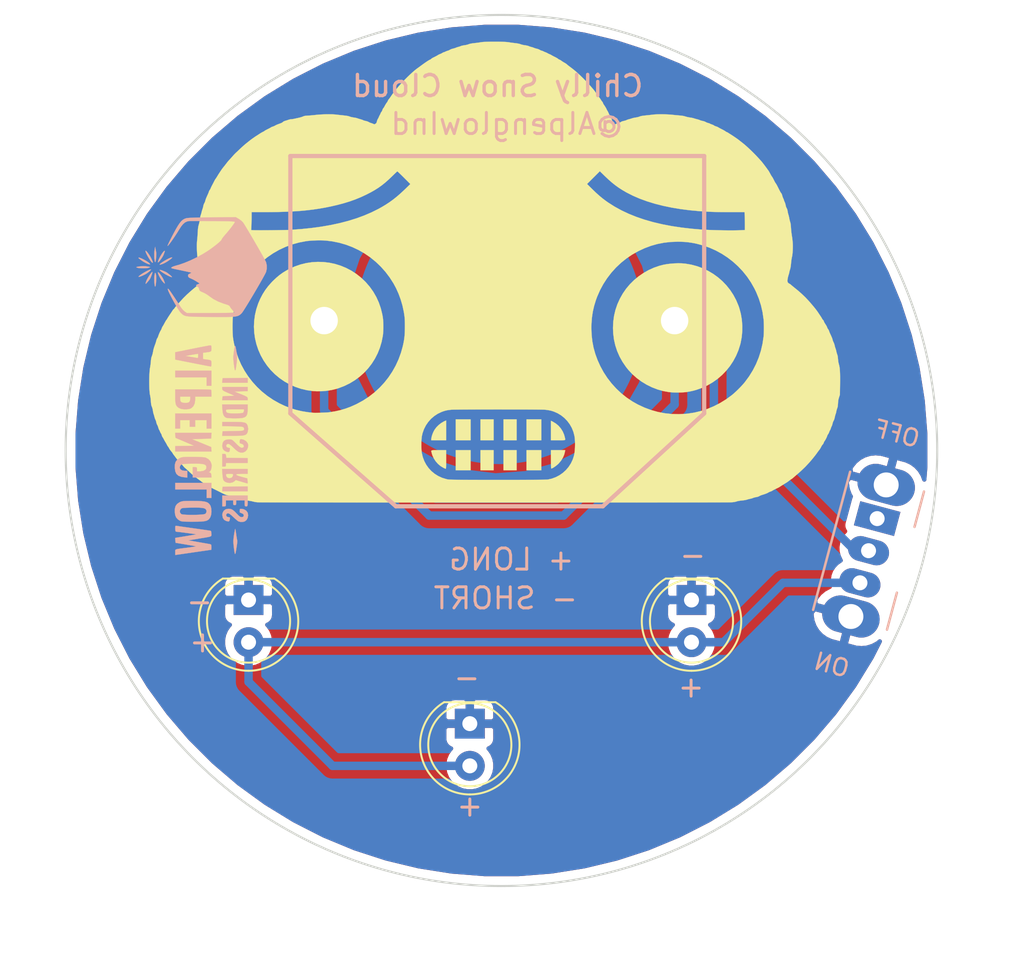
<source format=kicad_pcb>
(kicad_pcb (version 20171130) (host pcbnew "(5.1.8)-1")
  (title_block (title "RainCloud Blinky"))
  (layers (0 F.Cu signal hide) (31 B.Cu signal) (34 B.Paste user) (35 F.Paste user) (36 B.SilkS user) (37 F.SilkS user) (38 B.Mask user) (39 F.Mask user) (44 Edge.Cuts user))
  (net 0 "")
  (net 1 VCC)
  (net 2 GND)
  (net 3 "Net-(SW1-Pad1)")
  (net 4 /LED+)
  (module Alpenglow_ChillySnowCloud_PCB:BrrFaceSilkThick (layer F.Cu) (at 112.3696 90.4494)
    (fp_text reference G*** hide)
    (fp_text value LOGO hide)
  )
  (module Alpenglow:Alpenglow_Logo_Horiz (layer B.Cu) (at 93.4212 96.4692 270)
    (fp_text reference G*** hide)
    (fp_text value LOGO hide)
  )
  (module Alpenglow_SnowingCloud_PCB:SnowFlake (layer F.Cu) (at 109.7788 118.0338)
    (fp_text reference G*** hide)
    (fp_text value LOGO hide)
  )
  (module Alpenglow_SnowingCloud_PCB:SnowFlakeSmall (layer F.Cu) (at 123.2916 110.7694)
    (fp_text reference G*** hide)
    (fp_text value LOGO hide)
  )
  (module Alpenglow_SnowingCloud_PCB:SnowFlakeSmall (layer F.Cu) (at 96.6216 110.49)
    (fp_text reference G*** hide)
    (fp_text value LOGO hide)
  )
  (module Button_Switch_THT:SW_CuK_OS102011MA1QN1_SPDT_Angled (layer B.Cu) (at 133.9 104.5 255)
    (fp_text reference SW1 hide)
    (fp_text value SW_SPDT)
    (pad "" thru_hole oval (at 6.1 0 255) (size 2.2 3.500001) (drill 1.5) (layers *.Cu *.Mask) (net 2 GND))
    (pad "" thru_hole oval (at -2.1 0 255) (size 2.2 3.500001) (drill 1.5) (layers *.Cu *.Mask) (net 2 GND))
    (pad 3 thru_hole oval (at 4 0 255) (size 1.5 2.5) (drill 0.9) (layers *.Cu *.Mask) (net 4 /LED+))
    (pad 2 thru_hole oval (at 2 0 255) (size 1.5 2.5) (drill 0.9) (layers *.Cu *.Mask) (net 1 VCC))
    (pad 1 thru_hole rect (at 0 0 255) (size 1.5 2.5) (drill 0.9) (layers *.Cu *.Mask) (net 3 "Net-(SW1-Pad1)"))
  )
  (module BlinkyBadge:BatteryHolder_MPD_BK888_2032_THRU (layer B.Cu) (at 121.7168 92.583 180)
    (fp_text reference BT1 hide)
    (fp_text value Battery_Cell)
    (pad 1 thru_hole oval (at 0 0 180) (size 2.5 4) (drill 1.65) (layers *.Cu *.Mask) (net 1 VCC))
    (pad 1 thru_hole oval (at 21.082 0 180) (size 2.5 4) (drill 1.65) (layers *.Cu *.Mask) (net 1 VCC))
    (pad 2 smd circle (at 10.541 0 180) (size 17.272 17.272) (layers B.Cu B.Paste B.Mask) (net 2 GND))
  )
  (module LED_THT:LED_D5.0mm (layer F.Cu) (at 96.0882 109.3978 270)
    (fp_text reference D1 hide)
    (fp_text value LED)
    (pad 1 thru_hole rect (at 0 0 270) (size 1.8 1.8) (drill 0.9) (layers *.Cu *.Mask) (net 2 GND))
    (pad 2 thru_hole circle (at 2.54 0 270) (size 1.8 1.8) (drill 0.9) (layers *.Cu *.Mask) (net 4 /LED+))
  )
  (module LED_THT:LED_D5.0mm (layer F.Cu) (at 109.3978 116.84 270)
    (fp_text reference D2 hide)
    (fp_text value LED)
    (pad 1 thru_hole rect (at 0 0 270) (size 1.8 1.8) (drill 0.9) (layers *.Cu *.Mask) (net 2 GND))
    (pad 2 thru_hole circle (at 2.54 0 270) (size 1.8 1.8) (drill 0.9) (layers *.Cu *.Mask) (net 4 /LED+))
  )
  (module LED_THT:LED_D5.0mm (layer F.Cu) (at 122.7328 109.3978 270)
    (fp_text reference D3 hide)
    (fp_text value LED)
    (pad 2 thru_hole circle (at 2.54 0 270) (size 1.8 1.8) (drill 0.9) (layers *.Cu *.Mask) (net 4 /LED+))
    (pad 1 thru_hole rect (at 0 0 270) (size 1.8 1.8) (drill 0.9) (layers *.Cu *.Mask) (net 2 GND))
  )
  (gr_text @AlpenglowInd (at 111.633 80.7466) (layer B.SilkS) (effects (font (size 1.27 1.27) (thickness 0.1778)) (justify mirror)))
  (gr_text - (at 122.809 106.68) (layer B.SilkS) (effects (font (size 1.27 1.27) (thickness 0.1778)) (justify mirror)))
  (gr_text - (at 109.22 114.046) (layer B.SilkS) (effects (font (size 1.27 1.27) (thickness 0.1778)) (justify mirror)))
  (gr_text - (at 93.1418 109.474) (layer B.SilkS) (effects (font (size 1.27 1.27) (thickness 0.1778)) (justify mirror)))
  (gr_text + (at 93.3196 111.887) (layer B.SilkS) (effects (font (size 1.27 1.27) (thickness 0.1778)) (justify mirror)))
  (gr_text + (at 122.7074 114.6048) (layer B.SilkS) (effects (font (size 1.27 1.27) (thickness 0.1778)) (justify mirror)))
  (gr_text + (at 109.3978 121.7676) (layer B.SilkS) (effects (font (size 1.27 1.27) (thickness 0.1778)) (justify mirror)))
  (gr_text "- SHORT" (at 111.5568 109.2962) (layer B.SilkS) (effects (font (size 1.27 1.27) (thickness 0.1778)) (justify mirror)))
  (gr_text "+ LONG" (at 111.9124 106.9594) (layer B.SilkS) (effects (font (size 1.27 1.27) (thickness 0.1778)) (justify mirror)))
  (gr_text "Chilly Snow Cloud" (at 111.0742 78.4606) (layer B.SilkS) (effects (font (size 1.27 1.27) (thickness 0.2032)) (justify mirror)))
  (gr_text ON (at 131.1656 113.3094 -15) (layer B.SilkS) (effects (font (size 1 1)) (justify mirror)))
  (gr_text OFF (at 135.0772 99.3902 -15) (layer B.SilkS) (effects (font (size 1 1)) (justify mirror)))
  (gr_circle (center 111.3 100.4) (end 137.5128 100.4) (layer Edge.Cuts) (width 0.127))
  (segment (start 100.6348 97.9932) (end 100.6348 92.583) (width 0.508) (layer B.Cu) (net 1))
  (segment (start 106.9594 104.3178) (end 100.6348 97.9932) (width 0.508) (layer B.Cu) (net 1))
  (segment (start 115.0366 104.3178) (end 106.9594 104.3178) (width 0.508) (layer B.Cu) (net 1))
  (segment (start 121.7168 97.6376) (end 115.0366 104.3178) (width 0.508) (layer B.Cu) (net 1))
  (segment (start 121.7168 92.583) (end 121.7168 97.6376) (width 0.508) (layer B.Cu) (net 1))
  (segment (start 121.8946 92.583) (end 121.7168 92.583) (width 0.508) (layer B.Cu) (net 1))
  (segment (start 133.382362 106.001978) (end 132.957466 106.001978) (width 0.508) (layer B.Cu) (net 1))
  (segment (start 133.382362 106.431852) (end 133.382362 106.001978) (width 0.508) (layer B.Cu) (net 1))
  (segment (start 133.382362 106.431852) (end 132.568452 106.431852) (width 0.508) (layer B.Cu) (net 1))
  (segment (start 124.079 94.9452) (end 121.7168 92.583) (width 0.508) (layer B.Cu) (net 1))
  (segment (start 124.079 97.9424) (end 124.079 94.9452) (width 0.508) (layer B.Cu) (net 1))
  (segment (start 132.568452 106.431852) (end 124.079 97.9424) (width 0.508) (layer B.Cu) (net 1))
  (segment (start 132.864724 108.363703) (end 128.237297 108.363703) (width 0.508) (layer B.Cu) (net 4))
  (segment (start 124.6632 111.9378) (end 122.7328 111.9378) (width 0.508) (layer B.Cu) (net 4))
  (segment (start 128.237297 108.363703) (end 124.6632 111.9378) (width 0.508) (layer B.Cu) (net 4))
  (segment (start 122.7328 111.9378) (end 96.0882 111.9378) (width 0.508) (layer B.Cu) (net 4))
  (segment (start 96.0882 111.9378) (end 96.0882 114.3254) (width 0.508) (layer B.Cu) (net 4))
  (segment (start 101.1428 119.38) (end 109.3978 119.38) (width 0.508) (layer B.Cu) (net 4))
  (segment (start 96.0882 114.3254) (end 101.1428 119.38) (width 0.508) (layer B.Cu) (net 4))
  (zone (net 2) (net_name GND) (layer B.Cu) (connect_pads (clearance 0.508)) (min_thickness 0.254) (fill yes (arc_segments 32) (thermal_gap 0.508) (thermal_bridge_width 0.508))
    (polygon (pts (xy 142.737717 131.288656) (xy 81.137717 131.388656) (xy 81.237717 73.588656) (xy 141.237717 73.288656)))
  )
  (zone (net 2) (net_name GND) (layer F.Cu) (connect_pads (clearance 0.508)) (min_thickness 0.254) (fill yes (arc_segments 32) (thermal_gap 0.508) (thermal_bridge_width 0.508))
    (polygon (pts (xy 142.875 131.2672) (xy 81.375 131.4672) (xy 81.075 73.7672) (xy 140.675 73.5672)))
  )
)
</source>
